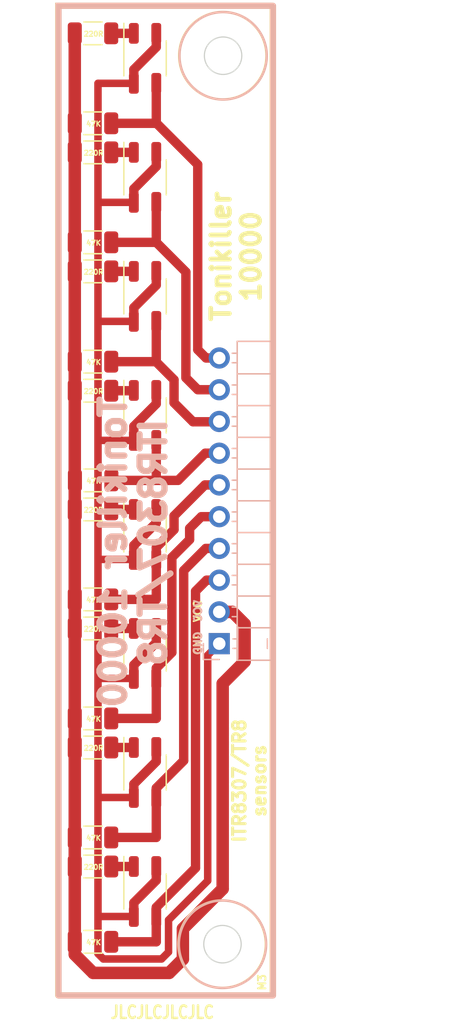
<source format=kicad_pcb>
(kicad_pcb (version 20221018) (generator pcbnew)
  (layers (0 "F.Cu" signal) (31 "B.Cu" signal) (34 "B.Paste" user) (35 "F.Paste" user) (36 "B.SilkS" user "B.Silkscreen") (37 "F.SilkS" user "F.Silkscreen") (38 "B.Mask" user) (39 "F.Mask" user) (44 "Edge.Cuts" user))
  (net 0 "")
  (footprint "Resistor_SMD:R_1206_3216Metric" (layer "F.Cu") (at 134.4725 118.28 180)
    (fp_text reference "220R" (at -0.045 -0.05) (layer "F.SilkS") (effects (font (size 0.4 0.4) (thickness 0.1))))
    (fp_text value "R_1206_3216Metric")
    (fp_line (start -0.727064 -0.91) (end 0.727064 -0.91) (stroke (width 0.12)) (layer "F.SilkS"))
    (fp_line (start -0.727064 0.91) (end 0.727064 0.91) (stroke (width 0.12)) (layer "F.SilkS"))
    (pad "1" smd roundrect (at -1.4625 0 180) (size 1.125 1.75) (layers "F.Cu" "F.Paste" "F.Mask") (roundrect_rratio 0.2222222222))
    (pad "2" smd roundrect (at 1.4625 0 180) (size 1.125 1.75) (layers "F.Cu" "F.Paste" "F.Mask") (roundrect_rratio 0.2222222222))
  )
  (footprint "OptoDevice:Everlight_ITR1201SR10AR" (layer "F.Cu") (at 138.6475 139.33)
    (fp_text reference "REF**" hide)
    (fp_text value "Everlight_ITR1201SR10AR")
    (fp_line (start -1.7 1.4) (end -1.7 -2.8) (stroke (width 0.12)) (layer "F.SilkS"))
    (fp_line (start 1.7 1.4) (end 1.7 -1.4) (stroke (width 0.12)) (layer "F.SilkS"))
    (pad "1" smd roundrect (at -0.9 2) (size 0.79 1.66) (layers "F.Cu" "F.Paste" "F.Mask"))
    (pad "2" smd roundrect (at -0.9 -2) (size 0.79 1.66) (layers "F.Cu" "F.Paste" "F.Mask"))
    (pad "3" smd roundrect (at 0.9 2) (size 0.79 1.66) (layers "F.Cu" "F.Paste" "F.Mask"))
    (pad "4" smd roundrect (at 0.9 -2) (size 0.79 1.66) (layers "F.Cu" "F.Paste" "F.Mask"))
  )
  (footprint "Resistor_SMD:R_1206_3216Metric" (layer "F.Cu") (at 134.4725 70.655 180)
    (fp_text reference "220R" (at -0.045 -0.05) (layer "F.SilkS") (effects (font (size 0.4 0.4) (thickness 0.1))))
    (fp_text value "R_1206_3216Metric")
    (fp_line (start -0.727064 -0.91) (end 0.727064 -0.91) (stroke (width 0.12)) (layer "F.SilkS"))
    (fp_line (start -0.727064 0.91) (end 0.727064 0.91) (stroke (width 0.12)) (layer "F.SilkS"))
    (pad "1" smd roundrect (at -1.4625 0 180) (size 1.125 1.75) (layers "F.Cu" "F.Paste" "F.Mask") (roundrect_rratio 0.2222222222))
    (pad "2" smd roundrect (at 1.4625 0 180) (size 1.125 1.75) (layers "F.Cu" "F.Paste" "F.Mask") (roundrect_rratio 0.2222222222))
  )
  (footprint "Resistor_SMD:R_1206_3216Metric" (layer "F.Cu") (at 134.4725 77.855 180)
    (fp_text reference "47K" (at -0.045 -0.05) (layer "F.SilkS") (effects (font (size 0.4 0.4) (thickness 0.1))))
    (fp_text value "R_1206_3216Metric")
    (fp_line (start -0.727064 -0.91) (end 0.727064 -0.91) (stroke (width 0.12)) (layer "F.SilkS"))
    (fp_line (start -0.727064 0.91) (end 0.727064 0.91) (stroke (width 0.12)) (layer "F.SilkS"))
    (pad "1" smd roundrect (at -1.4625 0 180) (size 1.125 1.75) (layers "F.Cu" "F.Paste" "F.Mask") (roundrect_rratio 0.2222222222))
    (pad "2" smd roundrect (at 1.4625 0 180) (size 1.125 1.75) (layers "F.Cu" "F.Paste" "F.Mask") (roundrect_rratio 0.2222222222))
  )
  (footprint "Resistor_SMD:R_1206_3216Metric" (layer "F.Cu") (at 134.4725 137.33 180)
    (fp_text reference "220R" (at -0.045 -0.05) (layer "F.SilkS") (effects (font (size 0.4 0.4) (thickness 0.1))))
    (fp_text value "R_1206_3216Metric")
    (fp_line (start -0.727064 -0.91) (end 0.727064 -0.91) (stroke (width 0.12)) (layer "F.SilkS"))
    (fp_line (start -0.727064 0.91) (end 0.727064 0.91) (stroke (width 0.12)) (layer "F.SilkS"))
    (pad "1" smd roundrect (at -1.4625 0 180) (size 1.125 1.75) (layers "F.Cu" "F.Paste" "F.Mask") (roundrect_rratio 0.2222222222))
    (pad "2" smd roundrect (at 1.4625 0 180) (size 1.125 1.75) (layers "F.Cu" "F.Paste" "F.Mask") (roundrect_rratio 0.2222222222))
  )
  (footprint "OptoDevice:Everlight_ITR1201SR10AR" (layer "F.Cu") (at 138.6475 82.18)
    (fp_text reference "REF**" hide)
    (fp_text value "Everlight_ITR1201SR10AR")
    (fp_line (start -1.7 1.4) (end -1.7 -2.8) (stroke (width 0.12)) (layer "F.SilkS"))
    (fp_line (start 1.7 1.4) (end 1.7 -1.4) (stroke (width 0.12)) (layer "F.SilkS"))
    (pad "1" smd roundrect (at -0.9 2) (size 0.79 1.66) (layers "F.Cu" "F.Paste" "F.Mask"))
    (pad "2" smd roundrect (at -0.9 -2) (size 0.79 1.66) (layers "F.Cu" "F.Paste" "F.Mask"))
    (pad "3" smd roundrect (at 0.9 2) (size 0.79 1.66) (layers "F.Cu" "F.Paste" "F.Mask"))
    (pad "4" smd roundrect (at 0.9 -2) (size 0.79 1.66) (layers "F.Cu" "F.Paste" "F.Mask"))
  )
  (footprint "Resistor_SMD:R_1206_3216Metric" (layer "F.Cu") (at 134.4725 125.48 180)
    (fp_text reference "47K" (at -0.045 -0.05) (layer "F.SilkS") (effects (font (size 0.4 0.4) (thickness 0.1))))
    (fp_text value "R_1206_3216Metric")
    (fp_line (start -0.727064 -0.91) (end 0.727064 -0.91) (stroke (width 0.12)) (layer "F.SilkS"))
    (fp_line (start -0.727064 0.91) (end 0.727064 0.91) (stroke (width 0.12)) (layer "F.SilkS"))
    (pad "1" smd roundrect (at -1.4625 0 180) (size 1.125 1.75) (layers "F.Cu" "F.Paste" "F.Mask") (roundrect_rratio 0.2222222222))
    (pad "2" smd roundrect (at 1.4625 0 180) (size 1.125 1.75) (layers "F.Cu" "F.Paste" "F.Mask") (roundrect_rratio 0.2222222222))
  )
  (footprint "Resistor_SMD:R_1206_3216Metric" (layer "F.Cu") (at 134.4725 89.705 180)
    (fp_text reference "220R" (at -0.045 -0.05) (layer "F.SilkS") (effects (font (size 0.4 0.4) (thickness 0.1))))
    (fp_text value "R_1206_3216Metric")
    (fp_line (start -0.727064 -0.91) (end 0.727064 -0.91) (stroke (width 0.12)) (layer "F.SilkS"))
    (fp_line (start -0.727064 0.91) (end 0.727064 0.91) (stroke (width 0.12)) (layer "F.SilkS"))
    (pad "1" smd roundrect (at -1.4625 0 180) (size 1.125 1.75) (layers "F.Cu" "F.Paste" "F.Mask") (roundrect_rratio 0.2222222222))
    (pad "2" smd roundrect (at 1.4625 0 180) (size 1.125 1.75) (layers "F.Cu" "F.Paste" "F.Mask") (roundrect_rratio 0.2222222222))
  )
  (footprint "Resistor_SMD:R_1206_3216Metric" (layer "F.Cu") (at 134.4725 96.93 180)
    (fp_text reference "47K" (at -0.045 -0.05) (layer "F.SilkS") (effects (font (size 0.4 0.4) (thickness 0.1))))
    (fp_text value "R_1206_3216Metric")
    (fp_line (start -0.727064 -0.91) (end 0.727064 -0.91) (stroke (width 0.12)) (layer "F.SilkS"))
    (fp_line (start -0.727064 0.91) (end 0.727064 0.91) (stroke (width 0.12)) (layer "F.SilkS"))
    (pad "1" smd roundrect (at -1.4625 0 180) (size 1.125 1.75) (layers "F.Cu" "F.Paste" "F.Mask") (roundrect_rratio 0.2222222222))
    (pad "2" smd roundrect (at 1.4625 0 180) (size 1.125 1.75) (layers "F.Cu" "F.Paste" "F.Mask") (roundrect_rratio 0.2222222222))
  )
  (footprint "OptoDevice:Everlight_ITR1201SR10AR" (layer "F.Cu") (at 138.6475 129.805)
    (fp_text reference "REF**" hide)
    (fp_text value "Everlight_ITR1201SR10AR")
    (fp_line (start -1.7 1.4) (end -1.7 -2.8) (stroke (width 0.12)) (layer "F.SilkS"))
    (fp_line (start 1.7 1.4) (end 1.7 -1.4) (stroke (width 0.12)) (layer "F.SilkS"))
    (pad "1" smd roundrect (at -0.9 2) (size 0.79 1.66) (layers "F.Cu" "F.Paste" "F.Mask"))
    (pad "2" smd roundrect (at -0.9 -2) (size 0.79 1.66) (layers "F.Cu" "F.Paste" "F.Mask"))
    (pad "3" smd roundrect (at 0.9 2) (size 0.79 1.66) (layers "F.Cu" "F.Paste" "F.Mask"))
    (pad "4" smd roundrect (at 0.9 -2) (size 0.79 1.66) (layers "F.Cu" "F.Paste" "F.Mask"))
  )
  (footprint "Resistor_SMD:R_1206_3216Metric" (layer "F.Cu") (at 134.4725 80.18 180)
    (fp_text reference "220R" (at -0.045 -0.05) (layer "F.SilkS") (effects (font (size 0.4 0.4) (thickness 0.1))))
    (fp_text value "R_1206_3216Metric")
    (fp_line (start -0.727064 -0.91) (end 0.727064 -0.91) (stroke (width 0.12)) (layer "F.SilkS"))
    (fp_line (start -0.727064 0.91) (end 0.727064 0.91) (stroke (width 0.12)) (layer "F.SilkS"))
    (pad "1" smd roundrect (at -1.4625 0 180) (size 1.125 1.75) (layers "F.Cu" "F.Paste" "F.Mask") (roundrect_rratio 0.2222222222))
    (pad "2" smd roundrect (at 1.4625 0 180) (size 1.125 1.75) (layers "F.Cu" "F.Paste" "F.Mask") (roundrect_rratio 0.2222222222))
  )
  (footprint "Resistor_SMD:R_1206_3216Metric" (layer "F.Cu") (at 134.4725 99.255 180)
    (fp_text reference "220R" (at -0.045 -0.05) (layer "F.SilkS") (effects (font (size 0.4 0.4) (thickness 0.1))))
    (fp_text value "R_1206_3216Metric")
    (fp_line (start -0.727064 -0.91) (end 0.727064 -0.91) (stroke (width 0.12)) (layer "F.SilkS"))
    (fp_line (start -0.727064 0.91) (end 0.727064 0.91) (stroke (width 0.12)) (layer "F.SilkS"))
    (pad "1" smd roundrect (at -1.4625 0 180) (size 1.125 1.75) (layers "F.Cu" "F.Paste" "F.Mask") (roundrect_rratio 0.2222222222))
    (pad "2" smd roundrect (at 1.4625 0 180) (size 1.125 1.75) (layers "F.Cu" "F.Paste" "F.Mask") (roundrect_rratio 0.2222222222))
  )
  (footprint "OptoDevice:Everlight_ITR1201SR10AR" (layer "F.Cu") (at 138.6475 101.23)
    (fp_text reference "REF**" hide)
    (fp_text value "Everlight_ITR1201SR10AR")
    (fp_line (start -1.7 1.4) (end -1.7 -2.8) (stroke (width 0.12)) (layer "F.SilkS"))
    (fp_line (start 1.7 1.4) (end 1.7 -1.4) (stroke (width 0.12)) (layer "F.SilkS"))
    (pad "1" smd roundrect (at -0.9 2) (size 0.79 1.66) (layers "F.Cu" "F.Paste" "F.Mask"))
    (pad "2" smd roundrect (at -0.9 -2) (size 0.79 1.66) (layers "F.Cu" "F.Paste" "F.Mask"))
    (pad "3" smd roundrect (at 0.9 2) (size 0.79 1.66) (layers "F.Cu" "F.Paste" "F.Mask"))
    (pad "4" smd roundrect (at 0.9 -2) (size 0.79 1.66) (layers "F.Cu" "F.Paste" "F.Mask"))
  )
  (footprint "OptoDevice:Everlight_ITR1201SR10AR" (layer "F.Cu") (at 138.6475 120.28)
    (fp_text reference "REF**" hide)
    (fp_text value "Everlight_ITR1201SR10AR")
    (fp_line (start -1.7 1.4) (end -1.7 -2.8) (stroke (width 0.12)) (layer "F.SilkS"))
    (fp_line (start 1.7 1.4) (end 1.7 -1.4) (stroke (width 0.12)) (layer "F.SilkS"))
    (pad "1" smd roundrect (at -0.9 2) (size 0.79 1.66) (layers "F.Cu" "F.Paste" "F.Mask"))
    (pad "2" smd roundrect (at -0.9 -2) (size 0.79 1.66) (layers "F.Cu" "F.Paste" "F.Mask"))
    (pad "3" smd roundrect (at 0.9 2) (size 0.79 1.66) (layers "F.Cu" "F.Paste" "F.Mask"))
    (pad "4" smd roundrect (at 0.9 -2) (size 0.79 1.66) (layers "F.Cu" "F.Paste" "F.Mask"))
  )
  (footprint "Resistor_SMD:R_1206_3216Metric" (layer "F.Cu") (at 134.4725 127.805 180)
    (fp_text reference "220R" (at -0.045 -0.05) (layer "F.SilkS") (effects (font (size 0.4 0.4) (thickness 0.1))))
    (fp_text value "R_1206_3216Metric")
    (fp_line (start -0.727064 -0.91) (end 0.727064 -0.91) (stroke (width 0.12)) (layer "F.SilkS"))
    (fp_line (start -0.727064 0.91) (end 0.727064 0.91) (stroke (width 0.12)) (layer "F.SilkS"))
    (pad "1" smd roundrect (at -1.4625 0 180) (size 1.125 1.75) (layers "F.Cu" "F.Paste" "F.Mask") (roundrect_rratio 0.2222222222))
    (pad "2" smd roundrect (at 1.4625 0 180) (size 1.125 1.75) (layers "F.Cu" "F.Paste" "F.Mask") (roundrect_rratio 0.2222222222))
  )
  (footprint "Resistor_SMD:R_1206_3216Metric" (layer "F.Cu") (at 134.4725 143.355 180)
    (fp_text reference "47K" (at -0.045 -0.05) (layer "F.SilkS") (effects (font (size 0.4 0.4) (thickness 0.1))))
    (fp_text value "R_1206_3216Metric")
    (fp_line (start -0.727064 -0.91) (end 0.727064 -0.91) (stroke (width 0.12)) (layer "F.SilkS"))
    (fp_line (start -0.727064 0.91) (end 0.727064 0.91) (stroke (width 0.12)) (layer "F.SilkS"))
    (pad "1" smd roundrect (at -1.4625 0 180) (size 1.125 1.75) (layers "F.Cu" "F.Paste" "F.Mask") (roundrect_rratio 0.2222222222))
    (pad "2" smd roundrect (at 1.4625 0 180) (size 1.125 1.75) (layers "F.Cu" "F.Paste" "F.Mask") (roundrect_rratio 0.2222222222))
  )
  (footprint "Resistor_SMD:R_1206_3216Metric" (layer "F.Cu") (at 134.4725 115.955 180)
    (fp_text reference "47K" (at -0.045 -0.05) (layer "F.SilkS") (effects (font (size 0.4 0.4) (thickness 0.1))))
    (fp_text value "R_1206_3216Metric")
    (fp_line (start -0.727064 -0.91) (end 0.727064 -0.91) (stroke (width 0.12)) (layer "F.SilkS"))
    (fp_line (start -0.727064 0.91) (end 0.727064 0.91) (stroke (width 0.12)) (layer "F.SilkS"))
    (pad "1" smd roundrect (at -1.4625 0 180) (size 1.125 1.75) (layers "F.Cu" "F.Paste" "F.Mask") (roundrect_rratio 0.2222222222))
    (pad "2" smd roundrect (at 1.4625 0 180) (size 1.125 1.75) (layers "F.Cu" "F.Paste" "F.Mask") (roundrect_rratio 0.2222222222))
  )
  (footprint "Resistor_SMD:R_1206_3216Metric" (layer "F.Cu") (at 134.485 106.43 180)
    (fp_text reference "47K" (at -0.045 -0.05) (layer "F.SilkS") (effects (font (size 0.4 0.4) (thickness 0.1))))
    (fp_text value "R_1206_3216Metric")
    (fp_line (start -0.727064 -0.91) (end 0.727064 -0.91) (stroke (width 0.12)) (layer "F.SilkS"))
    (fp_line (start -0.727064 0.91) (end 0.727064 0.91) (stroke (width 0.12)) (layer "F.SilkS"))
    (pad "1" smd roundrect (at -1.4625 0 180) (size 1.125 1.75) (layers "F.Cu" "F.Paste" "F.Mask") (roundrect_rratio 0.2222222222))
    (pad "2" smd roundrect (at 1.4625 0 180) (size 1.125 1.75) (layers "F.Cu" "F.Paste" "F.Mask") (roundrect_rratio 0.2222222222))
  )
  (footprint "Resistor_SMD:R_1206_3216Metric" (layer "F.Cu") (at 134.4725 108.755 180)
    (fp_text reference "220R" (at -0.045 -0.05) (layer "F.SilkS") (effects (font (size 0.4 0.4) (thickness 0.1))))
    (fp_text value "R_1206_3216Metric")
    (fp_line (start -0.727064 -0.91) (end 0.727064 -0.91) (stroke (width 0.12)) (layer "F.SilkS"))
    (fp_line (start -0.727064 0.91) (end 0.727064 0.91) (stroke (width 0.12)) (layer "F.SilkS"))
    (pad "1" smd roundrect (at -1.4625 0 180) (size 1.125 1.75) (layers "F.Cu" "F.Paste" "F.Mask") (roundrect_rratio 0.2222222222))
    (pad "2" smd roundrect (at 1.4625 0 180) (size 1.125 1.75) (layers "F.Cu" "F.Paste" "F.Mask") (roundrect_rratio 0.2222222222))
  )
  (footprint "OptoDevice:Everlight_ITR1201SR10AR" (layer "F.Cu") (at 138.6475 110.755)
    (fp_text reference "REF**" hide)
    (fp_text value "Everlight_ITR1201SR10AR")
    (fp_line (start -1.7 1.4) (end -1.7 -2.8) (stroke (width 0.12)) (layer "F.SilkS"))
    (fp_line (start 1.7 1.4) (end 1.7 -1.4) (stroke (width 0.12)) (layer "F.SilkS"))
    (pad "1" smd roundrect (at -0.9 2) (size 0.79 1.66) (layers "F.Cu" "F.Paste" "F.Mask"))
    (pad "2" smd roundrect (at -0.9 -2) (size 0.79 1.66) (layers "F.Cu" "F.Paste" "F.Mask"))
    (pad "3" smd roundrect (at 0.9 2) (size 0.79 1.66) (layers "F.Cu" "F.Paste" "F.Mask"))
    (pad "4" smd roundrect (at 0.9 -2) (size 0.79 1.66) (layers "F.Cu" "F.Paste" "F.Mask"))
  )
  (footprint "Resistor_SMD:R_1206_3216Metric" (layer "F.Cu") (at 134.4725 135.005 180)
    (fp_text reference "47K" (at -0.045 -0.05) (layer "F.SilkS") (effects (font (size 0.4 0.4) (thickness 0.1))))
    (fp_text value "R_1206_3216Metric")
    (fp_line (start -0.727064 -0.91) (end 0.727064 -0.91) (stroke (width 0.12)) (layer "F.SilkS"))
    (fp_line (start -0.727064 0.91) (end 0.727064 0.91) (stroke (width 0.12)) (layer "F.SilkS"))
    (pad "1" smd roundrect (at -1.4625 0 180) (size 1.125 1.75) (layers "F.Cu" "F.Paste" "F.Mask") (roundrect_rratio 0.2222222222))
    (pad "2" smd roundrect (at 1.4625 0 180) (size 1.125 1.75) (layers "F.Cu" "F.Paste" "F.Mask") (roundrect_rratio 0.2222222222))
  )
  (footprint "Resistor_SMD:R_1206_3216Metric" (layer "F.Cu") (at 134.4725 87.38 180)
    (fp_text reference "47K" (at -0.045 -0.05) (layer "F.SilkS") (effects (font (size 0.4 0.4) (thickness 0.1))))
    (fp_text value "R_1206_3216Metric")
    (fp_line (start -0.727064 -0.91) (end 0.727064 -0.91) (stroke (width 0.12)) (layer "F.SilkS"))
    (fp_line (start -0.727064 0.91) (end 0.727064 0.91) (stroke (width 0.12)) (layer "F.SilkS"))
    (pad "1" smd roundrect (at -1.4625 0 180) (size 1.125 1.75) (layers "F.Cu" "F.Paste" "F.Mask") (roundrect_rratio 0.2222222222))
    (pad "2" smd roundrect (at 1.4625 0 180) (size 1.125 1.75) (layers "F.Cu" "F.Paste" "F.Mask") (roundrect_rratio 0.2222222222))
  )
  (footprint "OptoDevice:Everlight_ITR1201SR10AR" (layer "F.Cu") (at 138.6475 91.705)
    (fp_text reference "REF**" hide)
    (fp_text value "Everlight_ITR1201SR10AR")
    (fp_line (start -1.7 1.4) (end -1.7 -2.8) (stroke (width 0.12)) (layer "F.SilkS"))
    (fp_line (start 1.7 1.4) (end 1.7 -1.4) (stroke (width 0.12)) (layer "F.SilkS"))
    (pad "1" smd roundrect (at -0.9 2) (size 0.79 1.66) (layers "F.Cu" "F.Paste" "F.Mask"))
    (pad "2" smd roundrect (at -0.9 -2) (size 0.79 1.66) (layers "F.Cu" "F.Paste" "F.Mask"))
    (pad "3" smd roundrect (at 0.9 2) (size 0.79 1.66) (layers "F.Cu" "F.Paste" "F.Mask"))
    (pad "4" smd roundrect (at 0.9 -2) (size 0.79 1.66) (layers "F.Cu" "F.Paste" "F.Mask"))
  )
  (footprint "OptoDevice:Everlight_ITR1201SR10AR" (layer "F.Cu") (at 138.6475 72.655)
    (fp_text reference "REF**" hide)
    (fp_text value "Everlight_ITR1201SR10AR")
    (fp_line (start -1.7 1.4) (end -1.7 -2.8) (stroke (width 0.12)) (layer "F.SilkS"))
    (fp_line (start 1.7 1.4) (end 1.7 -1.4) (stroke (width 0.12)) (layer "F.SilkS"))
    (pad "1" smd roundrect (at -0.9 2) (size 0.79 1.66) (layers "F.Cu" "F.Paste" "F.Mask"))
    (pad "2" smd roundrect (at -0.9 -2) (size 0.79 1.66) (layers "F.Cu" "F.Paste" "F.Mask"))
    (pad "3" smd roundrect (at 0.9 2) (size 0.79 1.66) (layers "F.Cu" "F.Paste" "F.Mask"))
    (pad "4" smd roundrect (at 0.9 -2) (size 0.79 1.66) (layers "F.Cu" "F.Paste" "F.Mask"))
  )
  (footprint "Connector_PinHeader_2.54mm:PinHeader_1x10_P2.54mm_Horizontal" (layer "B.Cu") (at 144.5975 119.495)
    (fp_text reference "REF**" hide)
    (fp_text value "PinHeader_1x10_P2.54mm_Horizontal")
    (fp_line (start -1.27 0) (end -1.27 1.27) (stroke (width 0.12)) (layer "B.SilkS"))
    (fp_line (start -1.27 1.27) (end 0 1.27) (stroke (width 0.12)) (layer "B.SilkS"))
    (fp_line (start 1.042929 -23.24) (end 1.44 -23.24) (stroke (width 0.12)) (layer "B.SilkS"))
    (fp_line (start 1.042929 -22.48) (end 1.44 -22.48) (stroke (width 0.12)) (layer "B.SilkS"))
    (fp_line (start 1.042929 -20.7) (end 1.44 -20.7) (stroke (width 0.12)) (layer "B.SilkS"))
    (fp_line (start 1.042929 -19.94) (end 1.44 -19.94) (stroke (width 0.12)) (layer "B.SilkS"))
    (fp_line (start 1.042929 -18.16) (end 1.44 -18.16) (stroke (width 0.12)) (layer "B.SilkS"))
    (fp_line (start 1.042929 -17.4) (end 1.44 -17.4) (stroke (width 0.12)) (layer "B.SilkS"))
    (fp_line (start 1.042929 -15.62) (end 1.44 -15.62) (stroke (width 0.12)) (layer "B.SilkS"))
    (fp_line (start 1.042929 -14.86) (end 1.44 -14.86) (stroke (width 0.12)) (layer "B.SilkS"))
    (fp_line (start 1.042929 -13.08) (end 1.44 -13.08) (stroke (width 0.12)) (layer "B.SilkS"))
    (fp_line (start 1.042929 -12.32) (end 1.44 -12.32) (stroke (width 0.12)) (layer "B.SilkS"))
    (fp_line (start 1.042929 -10.54) (end 1.44 -10.54) (stroke (width 0.12)) (layer "B.SilkS"))
    (fp_line (start 1.042929 -9.78) (end 1.44 -9.78) (stroke (width 0.12)) (layer "B.SilkS"))
    (fp_line (start 1.042929 -8) (end 1.44 -8) (stroke (width 0.12)) (layer "B.SilkS"))
    (fp_line (start 1.042929 -7.24) (end 1.44 -7.24) (stroke (width 0.12)) (layer "B.SilkS"))
    (fp_line (start 1.042929 -5.46) (end 1.44 -5.46) (stroke (width 0.12)) (layer "B.SilkS"))
    (fp_line (start 1.042929 -4.7) (end 1.44 -4.7) (stroke (width 0.12)) (layer "B.SilkS"))
    (fp_line (start 1.042929 -2.92) (end 1.44 -2.92) (stroke (width 0.12)) (layer "B.SilkS"))
    (fp_line (start 1.042929 -2.16) (end 1.44 -2.16) (stroke (width 0.12)) (layer "B.SilkS"))
    (fp_line (start 1.11 -0.38) (end 1.44 -0.38) (stroke (width 0.12)) (layer "B.SilkS"))
    (fp_line (start 1.11 0.38) (end 1.44 0.38) (stroke (width 0.12)) (layer "B.SilkS"))
    (fp_line (start 1.44 -24.19) (end 4.1 -24.19) (stroke (width 0.12)) (layer "B.SilkS"))
    (fp_line (start 1.44 -21.59) (end 4.1 -21.59) (stroke (width 0.12)) (layer "B.SilkS"))
    (fp_line (start 1.44 -19.05) (end 4.1 -19.05) (stroke (width 0.12)) (layer "B.SilkS"))
    (fp_line (start 1.44 -16.51) (end 4.1 -16.51) (stroke (width 0.12)) (layer "B.SilkS"))
    (fp_line (start 1.44 -13.97) (end 4.1 -13.97) (stroke (width 0.12)) (layer "B.SilkS"))
    (fp_line (start 1.44 -11.43) (end 4.1 -11.43) (stroke (width 0.12)) (layer "B.SilkS"))
    (fp_line (start 1.44 -8.89) (end 4.1 -8.89) (stroke (width 0.12)) (layer "B.SilkS"))
    (fp_line (start 1.44 -6.35) (end 4.1 -6.35) (stroke (width 0.12)) (layer "B.SilkS"))
    (fp_line (start 1.44 -3.81) (end 4.1 -3.81) (stroke (width 0.12)) (layer "B.SilkS"))
    (fp_line (start 1.44 -1.27) (end 4.1 -1.27) (stroke (width 0.12)) (layer "B.SilkS"))
    (fp_line (start 1.44 1.33) (end 1.44 -24.19) (stroke (width 0.12)) (layer "B.SilkS"))
    (fp_line (start 3.86 0.38) (end 3.86 -0.38) (stroke (width 0.12)) (layer "B.SilkS"))
    (fp_line (start 4.1 -24.19) (end 4.1 1.33) (stroke (width 0.12)) (layer "B.SilkS"))
    (fp_line (start 4.1 1.33) (end 1.44 1.33) (stroke (width 0.12)) (layer "B.SilkS"))
    (pad "1" thru_hole rect (at 0 0) (size 1.7 1.7) (drill 1) (layers "*.Cu" "*.Mask"))
    (pad "2" thru_hole oval (at 0 -2.54) (size 1.7 1.7) (drill 1) (layers "*.Cu" "*.Mask"))
    (pad "3" thru_hole oval (at 0 -5.08) (size 1.7 1.7) (drill 1) (layers "*.Cu" "*.Mask"))
    (pad "4" thru_hole oval (at 0 -7.62) (size 1.7 1.7) (drill 1) (layers "*.Cu" "*.Mask"))
    (pad "5" thru_hole oval (at 0 -10.16) (size 1.7 1.7) (drill 1) (layers "*.Cu" "*.Mask"))
    (pad "6" thru_hole oval (at 0 -12.7) (size 1.7 1.7) (drill 1) (layers "*.Cu" "*.Mask"))
    (pad "7" thru_hole oval (at 0 -15.24) (size 1.7 1.7) (drill 1) (layers "*.Cu" "*.Mask"))
    (pad "8" thru_hole oval (at 0 -17.78) (size 1.7 1.7) (drill 1) (layers "*.Cu" "*.Mask"))
    (pad "9" thru_hole oval (at 0 -20.32) (size 1.7 1.7) (drill 1) (layers "*.Cu" "*.Mask"))
    (pad "10" thru_hole oval (at 0 -22.86) (size 1.7 1.7) (drill 1) (layers "*.Cu" "*.Mask"))
  )
  (gr_circle (center 144.90625 72.45) (end 141.40625 72.45) (stroke (width 0.2)) (fill none) (layer "B.SilkS"))
  (gr_rect (start 131.70625 68.45) (end 148.90625 147.65) (stroke (width 0.5)) (fill none) (layer "B.SilkS"))
  (gr_circle (center 144.85625 143.55) (end 148.35625 143.55) (stroke (width 0.2)) (fill none) (layer "B.SilkS"))
  (gr_circle (center 144.83125 143.545) (end 148.33125 143.545) (stroke (width 0.2)) (fill none) (layer "F.SilkS"))
  (gr_circle (center 144.88125 72.445) (end 141.38125 72.445) (stroke (width 0.2)) (fill none) (layer "F.SilkS"))
  (gr_rect (start 131.68125 68.445) (end 148.88125 147.645) (stroke (width 0.5)) (fill none) (layer "F.SilkS"))
  (gr_circle (center 144.90625 72.445) (end 143.40625 72.445) (stroke (width 0.1)) (fill none) (layer "Edge.Cuts"))
  (gr_circle (center 144.85625 143.545) (end 146.35625 143.545) (stroke (width 0.1)) (fill none) (layer "Edge.Cuts"))
  (gr_text "GND" (at 142.8975 119.45 90) (layer "B.SilkS") (effects (font (size 0.6 0.6)) (justify mirror)))
  (gr_text "Tonikiller 10000\nITR8307/TR8 " (at 137.6975 112.16 90) (layer "B.SilkS") (effects (font (size 2 2) (thickness 0.5)) (justify mirror)))
  (gr_text "VCC" (at 142.8975 116.875 90) (layer "B.SilkS") (effects (font (size 0.6 0.6)) (justify mirror)))
  (gr_text "ITR8307/TR8\nsensors" (at 147.0225 130.47 90) (layer "F.SilkS") (effects (font (size 1 1) (thickness 0.25))))
  (gr_text "GND" (at 142.8725 119.47 90) (layer "F.SilkS") (effects (font (size 0.6 0.6))))
  (gr_text "Tonikiller\n10000" (at 145.9475 88.505 90) (layer "F.SilkS") (effects (font (size 1.5 1.5) (thickness 0.375))))
  (gr_text "M3" (at 148.03125 146.595 90) (layer "F.SilkS") (effects (font (size 0.6 0.6))))
  (gr_text " JLCJLCJLCJLC" (at 139.73125 148.995) (layer "F.SilkS") (effects (font (size 1 0.8) (thickness 0.2))))
  (gr_text "VCC" (at 142.8725 116.895 90) (layer "F.SilkS") (effects (font (size 0.6 0.6))))
  (segment (start 137.7475 141.33) (end 134.8725 141.33) (width 0.6) (layer "F.Cu") (net 0))
  (segment (start 133.01 70.655) (end 133.01 143.355) (width 1) (layer "F.Cu") (net 0))
  (segment (start 139.5475 71.755) (end 139.5475 70.655) (width 0.75) (layer "F.Cu") (net 0))
  (segment (start 139.5475 90.805) (end 139.5475 89.705) (width 0.75) (layer "F.Cu") (net 0))
  (segment (start 143.6725 138.47) (end 143.6725 120.42) (width 0.6) (layer "F.Cu") (net 0))
  (segment (start 139.5475 77.83) (end 142.8725 81.155) (width 0.75) (layer "F.Cu") (net 0))
  (segment (start 137.7475 103.23) (end 137.7475 102.105) (width 0.75) (layer "F.Cu") (net 0))
  (segment (start 139.5475 128.93) (end 139.5475 127.805) (width 0.75) (layer "F.Cu") (net 0))
  (segment (start 141.68125 144.745) (end 141.68125 142.31125) (width 1) (layer "F.Cu") (net 0))
  (segment (start 134.8725 93.705) (end 134.8725 84.18) (width 0.6) (layer "F.Cu") (net 0))
  (segment (start 137.7475 93.705) (end 137.7475 92.605) (width 0.75) (layer "F.Cu") (net 0))
  (segment (start 140.53125 141.61125) (end 143.6725 138.47) (width 0.6) (layer "F.Cu") (net 0))
  (segment (start 137.7475 83.105) (end 139.5475 81.305) (width 0.75) (layer "F.Cu") (net 0))
  (segment (start 137.7475 141.33) (end 137.7475 140.23) (width 0.75) (layer "F.Cu") (net 0))
  (segment (start 139.5475 138.43) (end 139.5475 137.33) (width 0.75) (layer "F.Cu") (net 0))
  (segment (start 140.7975 112.595) (end 140.7975 120.205) (width 0.75) (layer "F.Cu") (net 0))
  (segment (start 137.7475 127.805) (end 135.935 127.805) (width 0.75) (layer "F.Cu") (net 0))
  (segment (start 135.91 135.005) (end 139.5475 135.005) (width 0.75) (layer "F.Cu") (net 0))
  (segment (start 143.5375 96.635) (end 144.5975 96.635) (width 0.75) (layer "F.Cu") (net 0))
  (segment (start 134.8725 144.305) (end 135.2975 144.73) (width 0.6) (layer "F.Cu") (net 0))
  (segment (start 139.5475 131.805) (end 139.5475 131.055) (width 0.75) (layer "F.Cu") (net 0))
  (segment (start 134.8725 141.33) (end 134.8725 131.83) (width 0.6) (layer "F.Cu") (net 0))
  (segment (start 140.7975 120.205) (end 139.5475 121.455) (width 0.75) (layer "F.Cu") (net 0))
  (segment (start 140.58125 145.845) (end 141.68125 144.745) (width 1) (layer "F.Cu") (net 0))
  (segment (start 135.91 87.38) (end 139.5475 87.38) (width 0.75) (layer "F.Cu") (net 0))
  (segment (start 142.6975 115.295) (end 143.5775 114.415) (width 0.75) (layer "F.Cu") (net 0))
  (segment (start 139.5475 143.355) (end 139.5475 141.33) (width 0.75) (layer "F.Cu") (net 0))
  (segment (start 143.5175 111.875) (end 144.5975 111.875) (width 0.75) (layer "F.Cu") (net 0))
  (segment (start 137.7475 140.23) (end 139.5475 138.43) (width 0.75) (layer "F.Cu") (net 0))
  (segment (start 135.91 96.93) (end 139.5475 96.93) (width 0.75) (layer "F.Cu") (net 0))
  (segment (start 139.5475 96.93) (end 139.5475 93.73) (width 0.75) (layer "F.Cu") (net 0))
  (segment (start 135.91 125.48) (end 139.5475 125.48) (width 0.75) (layer "F.Cu") (net 0))
  (segment (start 139.5475 143.355) (end 139.5475 140.595) (width 0.75) (layer "F.Cu") (net 0))
  (segment (start 137.7475 89.705) (end 135.935 89.705) (width 0.75) (layer "F.Cu") (net 0))
  (segment (start 143.6725 120.42) (end 144.5975 119.495) (width 0.6) (layer "F.Cu") (net 0))
  (segment (start 137.7475 112.755) (end 137.7475 111.63) (width 0.75) (layer "F.Cu") (net 0))
  (segment (start 137.7475 103.23) (end 134.8725 103.23) (width 0.6) (layer "F.Cu") (net 0))
  (segment (start 143.1575 109.335) (end 142.2225 110.27) (width 0.75) (layer "F.Cu") (net 0))
  (segment (start 134.8975 131.805) (end 134.8725 131.83) (width 0.6) (layer "F.Cu") (net 0))
  (segment (start 137.7475 99.255) (end 135.935 99.255) (width 0.75) (layer "F.Cu") (net 0))
  (segment (start 142.8725 95.97) (end 143.5375 96.635) (width 0.75) (layer "F.Cu") (net 0))
  (segment (start 139.4725 96.88) (end 140.9725 98.38) (width 0.75) (layer "F.Cu") (net 0))
  (segment (start 137.7475 112.755) (end 134.8725 112.755) (width 0.6) (layer "F.Cu") (net 0))
  (segment (start 137.7475 121.205) (end 139.5475 119.405) (width 0.75) (layer "F.Cu") (net 0))
  (segment (start 134.8725 84.18) (end 134.8725 74.655) (width 0.6) (layer "F.Cu") (net 0))
  (segment (start 144.5975 109.335) (end 143.1575 109.335) (width 0.75) (layer "F.Cu") (net 0))
  (segment (start 137.7475 130.73) (end 139.5475 128.93) (width 0.75) (layer "F.Cu") (net 0))
  (segment (start 137.7475 93.705) (end 134.8725 93.705) (width 0.6) (layer "F.Cu") (net 0))
  (segment (start 141.9225 98.22) (end 142.8775 99.175) (width 0.75) (layer "F.Cu") (net 0))
  (segment (start 135.91 77.855) (end 139.5225 77.855) (width 0.75) (layer "F.Cu") (net 0))
  (segment (start 142.8775 99.175) (end 144.5975 99.175) (width 0.75) (layer "F.Cu") (net 0))
  (segment (start 141.68125 142.31125) (end 144.8725 139.12) (width 1) (layer "F.Cu") (net 0))
  (segment (start 139.5475 106.43) (end 141.2975 106.43) (width 0.75) (layer "F.Cu") (net 0))
  (segment (start 137.7475 84.18) (end 134.8725 84.18) (width 0.6) (layer "F.Cu") (net 0))
  (segment (start 142.8725 81.155) (end 142.8725 95.97) (width 0.75) (layer "F.Cu") (net 0))
  (segment (start 133.01 143.355) (end 133.01 144.37375) (width 1) (layer "F.Cu") (net 0))
  (segment (start 137.7475 102.105) (end 139.5475 100.305) (width 0.75) (layer "F.Cu") (net 0))
  (segment (start 137.7475 137.33) (end 135.935 137.33) (width 0.75) (layer "F.Cu") (net 0))
  (segment (start 142.2225 110.27) (end 142.2225 111.17) (width 0.75) (layer "F.Cu") (net 0))
  (segment (start 134.8725 103.23) (end 134.8725 93.705) (width 0.6) (layer "F.Cu") (net 0))
  (segment (start 142.4925 101.74) (end 144.6225 101.74) (width 0.75) (layer "F.Cu") (net 0))
  (segment (start 137.7475 73.555) (end 139.5475 71.755) (width 0.75) (layer "F.Cu") (net 0))
  (segment (start 135.91 106.43) (end 139.5475 106.43) (width 0.75) (layer "F.Cu") (net 0))
  (segment (start 144.5975 106.795) (end 143.4475 106.795) (width 0.75) (layer "F.Cu") (net 0))
  (segment (start 143.4725 104.255) (end 144.5975 104.255) (width 0.75) (layer "F.Cu") (net 0))
  (segment (start 139.5475 121.455) (end 139.5475 122.28) (width 0.75) (layer "F.Cu") (net 0))
  (segment (start 139.5475 131.055) (end 141.7475 128.855) (width 0.75) (layer "F.Cu") (net 0))
  (segment (start 139.9725 144.73) (end 140.53125 144.17125) (width 0.6) (layer "F.Cu") (net 0))
  (segment (start 137.7475 111.63) (end 139.5475 109.83) (width 0.75) (layer "F.Cu") (net 0))
  (segment (start 137.7475 74.655) (end 137.7475 73.555) (width 0.75) (layer "F.Cu") (net 0))
  (segment (start 139.5475 140.595) (end 142.6975 137.445) (width 0.75) (layer "F.Cu") (net 0))
  (segment (start 134.8725 141.33) (end 134.8725 144.305) (width 0.6) (layer "F.Cu") (net 0))
  (segment (start 140.9725 98.38) (end 140.9725 100.22) (width 0.75) (layer "F.Cu") (net 0))
  (segment (start 133.01 144.37375) (end 134.48125 145.845) (width 1) (layer "F.Cu") (net 0))
  (segment (start 139.5475 111.795) (end 139.5475 112.755) (width 0.75) (layer "F.Cu") (net 0))
  (segment (start 139.5475 109.83) (end 139.5475 108.755) (width 0.75) (layer "F.Cu") (net 0))
  (segment (start 134.48125 145.845) (end 140.58125 145.845) (width 1) (layer "F.Cu") (net 0))
  (segment (start 137.7475 108.755) (end 135.935 108.755) (width 0.75) (layer "F.Cu") (net 0))
  (segment (start 139.5475 119.405) (end 139.5475 118.28) (width 0.75) (layer "F.Cu") (net 0))
  (segment (start 140.53125 144.17125) (end 140.53125 141.61125) (width 0.6) (layer "F.Cu") (net 0))
  (segment (start 137.7475 84.18) (end 137.7475 83.105) (width 0.75) (layer "F.Cu") (net 0))
  (segment (start 139.5475 100.305) (end 139.5475 99.23) (width 0.75) (layer "F.Cu") (net 0))
  (segment (start 137.7475 92.605) (end 139.5475 90.805) (width 0.75) (layer "F.Cu") (net 0))
  (segment (start 142.6975 137.445) (end 142.6975 115.295) (width 0.75) (layer "F.Cu") (net 0))
  (segment (start 137.7475 131.805) (end 137.7475 130.73) (width 0.75) (layer "F.Cu") (net 0))
  (segment (start 143.5775 114.415) (end 144.5975 114.415) (width 0.75) (layer "F.Cu") (net 0))
  (segment (start 134.8725 112.755) (end 134.8725 103.23) (width 0.6) (layer "F.Cu") (net 0))
  (segment (start 140.9725 100.22) (end 142.4925 101.74) (width 0.75) (layer "F.Cu") (net 0))
  (segment (start 135.91 115.955) (end 139.5475 115.955) (width 0.75) (layer "F.Cu") (net 0))
  (segment (start 139.5475 87.38) (end 139.5475 84.18) (width 0.75) (layer "F.Cu") (net 0))
  (segment (start 146.63125 120.92875) (end 146.63125 117.92875) (width 1) (layer "F.Cu") (net 0))
  (segment (start 146.63125 117.92875) (end 145.6575 116.955) (width 1) (layer "F.Cu") (net 0))
  (segment (start 137.7475 122.28) (end 134.8725 122.28) (width 0.6) (layer "F.Cu") (net 0))
  (segment (start 145.6575 116.955) (end 144.5975 116.955) (width 1) (layer "F.Cu") (net 0))
  (segment (start 134.8725 122.28) (end 134.8725 112.755) (width 0.6) (layer "F.Cu") (net 0))
  (segment (start 139.5475 87.38) (end 141.9225 89.755) (width 0.75) (layer "F.Cu") (net 0))
  (segment (start 141.7475 128.855) (end 141.7475 113.645) (width 0.75) (layer "F.Cu") (net 0))
  (segment (start 139.5225 77.855) (end 139.5475 77.83) (width 0.75) (layer "F.Cu") (net 0))
  (segment (start 141.2975 106.43) (end 143.4725 104.255) (width 0.75) (layer "F.Cu") (net 0))
  (segment (start 137.7475 122.28) (end 137.7475 121.205) (width 0.75) (layer "F.Cu") (net 0))
  (segment (start 144.6075 112.105) (end 144.6225 112.12) (width 0.75) (layer "F.Cu") (net 0))
  (segment (start 137.7475 74.655) (end 134.8725 74.655) (width 0.6) (layer "F.Cu") (net 0))
  (segment (start 144.8725 122.6875) (end 146.63125 120.92875) (width 1) (layer "F.Cu") (net 0))
  (segment (start 139.5475 81.305) (end 139.5475 80.18) (width 0.75) (layer "F.Cu") (net 0))
  (segment (start 143.4475 106.795) (end 140.9725 109.27) (width 0.75) (layer "F.Cu") (net 0))
  (segment (start 139.5475 135.005) (end 139.5475 131.805) (width 0.75) (layer "F.Cu") (net 0))
  (segment (start 141.7475 113.645) (end 143.5175 111.875) (width 0.75) (layer "F.Cu") (net 0))
  (segment (start 142.2225 111.17) (end 140.7975 112.595) (width 0.75) (layer "F.Cu") (net 0))
  (segment (start 137.7475 80.18) (end 135.935 80.18) (width 0.75) (layer "F.Cu") (net 0))
  (segment (start 140.9725 110.37) (end 139.5475 111.795) (width 0.75) (layer "F.Cu") (net 0))
  (segment (start 137.735 70.655) (end 135.9225 70.655) (width 0.75) (layer "F.Cu") (net 0))
  (segment (start 139.5475 125.48) (end 139.5475 122.28) (width 0.75) (layer "F.Cu") (net 0))
  (segment (start 140.9725 109.27) (end 140.9725 110.37) (width 0.75) (layer "F.Cu") (net 0))
  (segment (start 144.8725 139.12) (end 144.8725 122.6875) (width 1) (layer "F.Cu") (net 0))
  (segment (start 137.7475 118.28) (end 135.935 118.28) (width 0.75) (layer "F.Cu") (net 0))
  (segment (start 135.935 143.355) (end 139.5475 143.355) (width 0.75) (layer "F.Cu") (net 0))
  (segment (start 134.8725 131.83) (end 134.8725 122.28) (width 0.6) (layer "F.Cu") (net 0))
  (segment (start 141.9225 89.755) (end 141.9225 98.22) (width 0.75) (layer "F.Cu") (net 0))
  (segment (start 135.2975 144.73) (end 139.9725 144.73) (width 0.6) (layer "F.Cu") (net 0))
  (segment (start 137.7475 131.805) (end 134.8975 131.805) (width 0.6) (layer "F.Cu") (net 0))
  (segment (start 139.5475 115.955) (end 139.5475 112.755) (width 0.75) (layer "F.Cu") (net 0))
  (segment (start 139.5475 106.43) (end 139.5475 103.23) (width 0.75) (layer "F.Cu") (net 0))
  (segment (start 139.5475 77.83) (end 139.5475 74.655) (width 0.75) (layer "F.Cu") (net 0))
)
</source>
